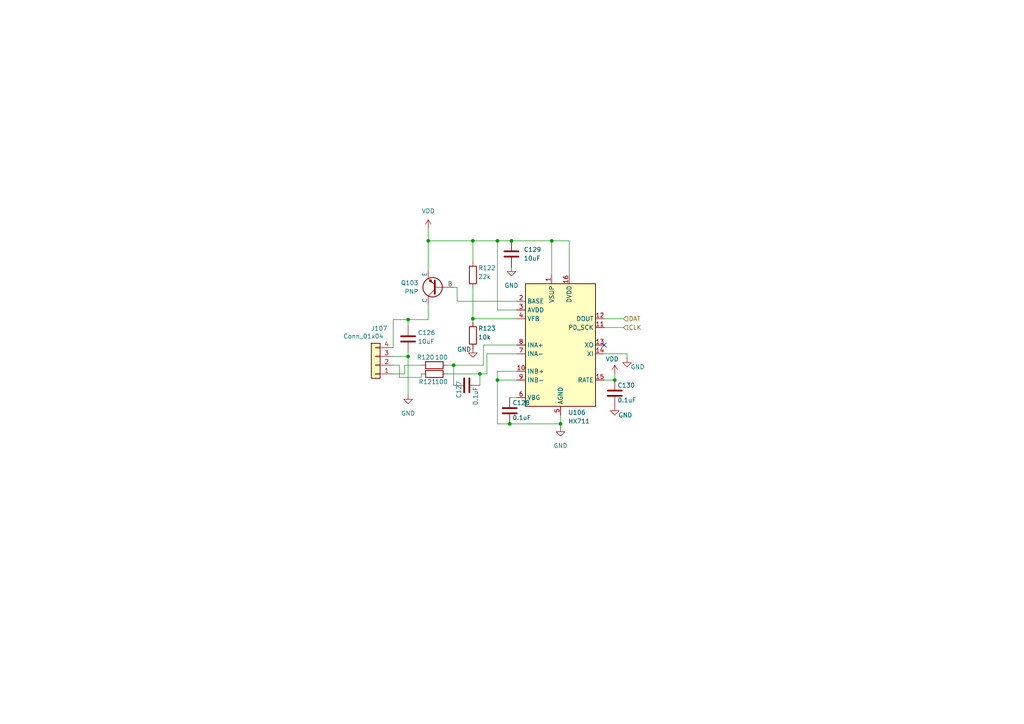
<source format=kicad_sch>
(kicad_sch (version 20231120) (generator "eeschema") (generator_version "8.0")
  (paper "A4")
  (lib_symbols
    (symbol "Analog_ADC:HX711"
      (property "Reference" "U" (at 5.08 21.59 0))
      (property "Value" "HX711" (at 7.62 19.05 0))
      (symbol "HX711_0_1"
        (rectangle (start -10.16 17.78) (end 10.16 -17.78) (stroke (width 0.254)) (fill (type background)))
      )
      (symbol "HX711_1_1"
        (pin power_in line (at -2.54 20.32 270) (length 2.54) (name "VSUP") (number "1"))
        (pin input line (at -12.7 -7.62 0) (length 2.54) (name "INB+") (number "10"))
        (pin input line (at 12.7 5.08 180) (length 2.54) (name "PD_SCK") (number "11"))
        (pin output line (at 12.7 7.62 180) (length 2.54) (name "DOUT") (number "12"))
        (pin passive line (at 12.7 0 180) (length 2.54) (name "XO") (number "13"))
        (pin passive line (at 12.7 -2.54 180) (length 2.54) (name "XI") (number "14"))
        (pin input line (at 12.7 -10.16 180) (length 2.54) (name "RATE") (number "15"))
        (pin power_in line (at 2.54 20.32 270) (length 2.54) (name "DVDD") (number "16"))
        (pin passive line (at -12.7 12.7 0) (length 2.54) (name "BASE") (number "2"))
        (pin power_in line (at -12.7 10.16 0) (length 2.54) (name "AVDD") (number "3"))
        (pin input line (at -12.7 7.62 0) (length 2.54) (name "VFB") (number "4"))
        (pin power_in line (at 0 -20.32 90) (length 2.54) (name "AGND") (number "5"))
        (pin passive line (at -12.7 -15.24 0) (length 2.54) (name "VBG") (number "6"))
        (pin input line (at -12.7 -2.54 0) (length 2.54) (name "INA-") (number "7"))
        (pin input line (at -12.7 0 0) (length 2.54) (name "INA+") (number "8"))
        (pin input line (at -12.7 -10.16 0) (length 2.54) (name "INB-") (number "9"))
      )
    )
    (symbol "Connector_Generic:Conn_01x04" (pin_names (offset 1.016) hide)
      (property "Reference" "J" (at 0 5.08 0))
      (property "Value" "Conn_01x04" (at 0 -7.62 0))
      (symbol "Conn_01x04_1_1"
        (rectangle (start -1.27 -4.953) (end 0 -5.207) (stroke (width 0.1524)))
        (rectangle (start -1.27 -2.413) (end 0 -2.667) (stroke (width 0.1524)))
        (rectangle (start -1.27 0.127) (end 0 -0.127) (stroke (width 0.1524)))
        (rectangle (start -1.27 2.667) (end 0 2.413) (stroke (width 0.1524)))
        (rectangle (start -1.27 3.81) (end 1.27 -6.35) (stroke (width 0.254)) (fill (type background)))
        (pin passive line (at -5.08 2.54 0) (length 3.81) (name "Pin_1") (number "1"))
        (pin passive line (at -5.08 0 0) (length 3.81) (name "Pin_2") (number "2"))
        (pin passive line (at -5.08 -2.54 0) (length 3.81) (name "Pin_3") (number "3"))
        (pin passive line (at -5.08 -5.08 0) (length 3.81) (name "Pin_4") (number "4"))
      )
    )
    (symbol "Device:C" (pin_numbers hide) (pin_names (offset 0.254))
      (property "Reference" "C" (at 0.635 2.54 0))
      (property "Value" "C" (at 0.635 -2.54 0))
      (symbol "C_0_1"
        (polyline (pts (xy -2.032 -0.762) (xy 2.032 -0.762)) (stroke (width 0.508)))
        (polyline (pts (xy -2.032 0.762) (xy 2.032 0.762)) (stroke (width 0.508)))
      )
      (symbol "C_1_1"
        (pin passive line (at 0 3.81 270) (length 2.794) (name "~") (number "1"))
        (pin passive line (at 0 -3.81 90) (length 2.794) (name "~") (number "2"))
      )
    )
    (symbol "Device:R" (pin_numbers hide) (pin_names (offset 0))
      (property "Reference" "R" (at 2.032 0 90))
      (property "Value" "R" (at 0 0 90))
      (symbol "R_0_1"
        (rectangle (start -1.016 -2.54) (end 1.016 2.54) (stroke (width 0.254)))
      )
      (symbol "R_1_1"
        (pin passive line (at 0 3.81 270) (length 1.27) (name "~") (number "1"))
        (pin passive line (at 0 -3.81 90) (length 1.27) (name "~") (number "2"))
      )
    )
    (symbol "Simulation_SPICE:PNP" (pin_numbers hide) (pin_names (offset 0))
      (property "Reference" "Q" (at -2.54 7.62 0))
      (property "Value" "PNP" (at -2.54 5.08 0))
      (symbol "PNP_0_1"
        (polyline (pts (xy -2.54 0) (xy 0.635 0)) (stroke (width 0.1524)))
        (polyline (pts (xy 0.635 0.635) (xy 2.54 2.54)))
        (polyline (pts (xy 0.635 -0.635) (xy 2.54 -2.54) (xy 2.54 -2.54)))
        (polyline (pts (xy 0.635 1.905) (xy 0.635 -1.905) (xy 0.635 -1.905)) (stroke (width 0.508)))
        (polyline (pts (xy 2.286 -1.778) (xy 1.778 -2.286) (xy 1.27 -1.27) (xy 2.286 -1.778) (xy 2.286 -1.778)) (fill (type outline)))
        (circle (center 1.27 0) (radius 2.8194) (stroke (width 0.254)))
      )
      (symbol "PNP_1_1"
        (pin open_collector line (at 2.54 5.08 270) (length 2.54) (name "C") (number "1"))
        (pin input line (at -5.08 0 0) (length 2.54) (name "B") (number "2"))
        (pin open_emitter line (at 2.54 -5.08 90) (length 2.54) (name "E") (number "3"))
      )
    )
    (symbol "power:GND" (power) (pin_numbers hide) (pin_names (offset 0) hide)
      (property "Value" "GND" (at 0 -3.81 0))
      (symbol "GND_0_1"
        (polyline (pts (xy 0 0) (xy 0 -1.27) (xy 1.27 -1.27) (xy 0 -2.54) (xy -1.27 -1.27) (xy 0 -1.27)))
      )
      (symbol "GND_1_1"
        (pin power_in line (at 0 0 270) (length 0) (name "~") (number "1"))
      )
    )
    (symbol "power:VDD" (power) (pin_numbers hide) (pin_names (offset 0) hide)
      (property "Value" "VDD" (at 0 3.556 0))
      (symbol "VDD_0_1"
        (polyline (pts (xy -0.762 1.27) (xy 0 2.54)))
        (polyline (pts (xy 0 0) (xy 0 2.54)))
        (polyline (pts (xy 0 2.54) (xy 0.762 1.27)))
      )
      (symbol "VDD_1_1"
        (pin power_in line (at 0 0 90) (length 0) (name "~") (number "1"))
      )
    )
  )
  (junction (at 144.272 69.85))
  (junction (at 160.02 69.85))
  (junction (at 131.572 105.918))
  (junction (at 118.364 103.378))
  (junction (at 162.56 122.936))
  (junction (at 118.364 92.71))
  (junction (at 139.192 108.458))
  (junction (at 148.336 69.85))
  (junction (at 137.16 69.85))
  (junction (at 124.206 69.85))
  (junction (at 147.828 122.936))
  (junction (at 137.16 92.456))
  (junction (at 178.308 110.236))
  (junction (at 144.272 110.236))
  (no_connect (at 175.26 100.076))
  (wire (pts (xy 162.56 120.396) (xy 162.56 122.936)))
  (wire (pts (xy 162.56 123.952) (xy 162.56 122.936)))
  (wire (pts (xy 118.364 102.108) (xy 118.364 103.378)))
  (wire (pts (xy 137.16 92.456) (xy 137.16 93.472)))
  (wire (pts (xy 114.046 105.918) (xy 115.824 105.918)))
  (wire (pts (xy 149.86 87.376) (xy 132.588 87.376)))
  (wire (pts (xy 137.16 92.456) (xy 149.86 92.456)))
  (wire (pts (xy 149.86 107.696) (xy 144.272 107.696)))
  (wire (pts (xy 129.794 105.918) (xy 131.572 105.918)))
  (wire (pts (xy 118.364 92.71) (xy 124.206 92.71)))
  (wire (pts (xy 124.206 92.71) (xy 124.206 88.392)))
  (wire (pts (xy 160.02 79.756) (xy 160.02 69.85)))
  (wire (pts (xy 137.16 75.946) (xy 137.16 69.85)))
  (wire (pts (xy 137.16 83.566) (xy 137.16 92.456)))
  (wire (pts (xy 175.26 94.996) (xy 180.848 94.996)))
  (wire (pts (xy 140.208 100.076) (xy 149.86 100.076)))
  (wire (pts (xy 149.86 102.616) (xy 141.224 102.616)))
  (wire (pts (xy 147.828 115.316) (xy 149.86 115.316)))
  (wire (pts (xy 115.824 105.918) (xy 115.824 109.474)))
  (wire (pts (xy 117.348 108.458) (xy 114.046 108.458)))
  (wire (pts (xy 165.1 69.85) (xy 160.02 69.85)))
  (wire (pts (xy 141.224 108.458) (xy 139.192 108.458)))
  (wire (pts (xy 178.308 110.236) (xy 178.308 108.458)))
  (wire (pts (xy 144.272 107.696) (xy 144.272 110.236)))
  (wire (pts (xy 132.588 83.312) (xy 132.588 87.376)))
  (wire (pts (xy 139.192 108.458) (xy 129.794 108.458)))
  (wire (pts (xy 114.046 103.378) (xy 118.364 103.378)))
  (wire (pts (xy 175.26 110.236) (xy 178.308 110.236)))
  (wire (pts (xy 131.572 105.918) (xy 131.572 111.76)))
  (wire (pts (xy 160.02 69.85) (xy 148.336 69.85)))
  (wire (pts (xy 181.864 102.616) (xy 181.864 103.886)))
  (wire (pts (xy 124.206 69.85) (xy 137.16 69.85)))
  (wire (pts (xy 144.272 110.236) (xy 149.86 110.236)))
  (wire (pts (xy 118.364 92.71) (xy 118.364 94.488)))
  (wire (pts (xy 114.046 92.71) (xy 118.364 92.71)))
  (wire (pts (xy 144.272 122.936) (xy 147.828 122.936)))
  (wire (pts (xy 124.206 69.85) (xy 124.206 78.232)))
  (wire (pts (xy 139.192 108.458) (xy 139.192 111.76)))
  (wire (pts (xy 137.16 69.85) (xy 144.272 69.85)))
  (wire (pts (xy 115.824 109.474) (xy 122.174 109.474)))
  (wire (pts (xy 144.272 110.236) (xy 144.272 122.936)))
  (wire (pts (xy 175.26 92.456) (xy 180.848 92.456)))
  (wire (pts (xy 122.174 105.918) (xy 117.348 105.918)))
  (wire (pts (xy 132.588 83.312) (xy 131.826 83.312)))
  (wire (pts (xy 165.1 79.756) (xy 165.1 69.85)))
  (wire (pts (xy 144.272 89.916) (xy 144.272 69.85)))
  (wire (pts (xy 147.828 122.936) (xy 162.56 122.936)))
  (wire (pts (xy 131.572 105.918) (xy 140.208 105.918)))
  (wire (pts (xy 175.26 102.616) (xy 181.864 102.616)))
  (wire (pts (xy 140.208 105.918) (xy 140.208 100.076)))
  (wire (pts (xy 114.046 92.71) (xy 114.046 100.838)))
  (wire (pts (xy 149.86 89.916) (xy 144.272 89.916)))
  (wire (pts (xy 124.206 66.294) (xy 124.206 69.85)))
  (wire (pts (xy 141.224 102.616) (xy 141.224 108.458)))
  (wire (pts (xy 122.174 109.474) (xy 122.174 108.458)))
  (wire (pts (xy 118.364 103.378) (xy 118.364 114.554)))
  (wire (pts (xy 117.348 105.918) (xy 117.348 108.458)))
  (wire (pts (xy 148.336 69.85) (xy 144.272 69.85)))
  (hierarchical_label "DAT" (shape input) (at 180.848 92.456 0))
  (hierarchical_label "CLK" (shape input) (at 180.848 94.996 0))
  (symbol (lib_id "power:GND") (at 162.56 123.952 0) (unit 1)
    (property "Reference" "#PWR0149" (effects (hide yes)))
    (property "Value" "GND" (at 162.56 129.286 0))
    (property "Description" "Power symbol creates a global label with name \"GND\" , ground" (effects (hide yes)))
    (instances (project "RCS" (path "" (reference "#PWR0149") (unit 1))) (project "RCS" (path "" (reference "#PWR0605") (unit 1))))
  )
  (symbol (lib_id "Device:C") (at 148.336 73.66 0) (unit 1)
    (property "Reference" "C129" (at 151.892 72.3899 0) (effects (justify left)))
    (property "Value" "10uF" (at 151.892 74.9299 0) (effects (justify left)))
    (property "Footprint" "Capacitor_SMD:C_0603_1608Metric" (effects (hide yes)))
    (property "Description" "Unpolarized capacitor" (effects (hide yes)))
    (property "LCSC" " C96446" (effects (hide yes)))
    (instances (project "RCS" (path "" (reference "C129") (unit 1))) (project "RCS" (path "" (reference "C604") (unit 1))))
  )
  (symbol (lib_id "power:GND") (at 118.364 114.554 0) (unit 1)
    (property "Reference" "#PWR0145" (effects (hide yes)))
    (property "Value" "GND" (at 118.364 119.888 0))
    (property "Description" "Power symbol creates a global label with name \"GND\" , ground" (effects (hide yes)))
    (instances (project "RCS" (path "" (reference "#PWR0145") (unit 1))) (project "RCS" (path "" (reference "#PWR0601") (unit 1))))
  )
  (symbol (lib_id "Analog_ADC:HX711") (at 162.56 100.076 0) (unit 1)
    (property "Reference" "U106" (at 164.7541 119.634 0) (effects (justify left)))
    (property "Value" "HX711" (at 164.7541 122.174 0) (effects (justify left)))
    (property "Footprint" "Package_SO:SOP-16_3.9x9.9mm_P1.27mm" (effects (hide yes)))
    (property "Datasheet" "https://web.archive.org/web/20220615044707/https://akizukidenshi.com/download/ds/avia/hx711.pdf" (effects (hide yes)))
    (property "Description" "24-Bit Analog-to-Digital Converter (ADC) for Weight Scales" (effects (hide yes)))
    (property "LCSC" "C6705483" (effects (hide yes)))
    (instances (project "RCS" (path "" (reference "U106") (unit 1))) (project "RCS" (path "" (reference "U601") (unit 1))))
  )
  (symbol (lib_id "power:GND") (at 137.16 101.092 0) (unit 1)
    (property "Reference" "#PWR0147" (effects (hide yes)))
    (property "Value" "GND" (at 134.62 101.346 0))
    (property "Description" "Power symbol creates a global label with name \"GND\" , ground" (effects (hide yes)))
    (instances (project "RCS" (path "" (reference "#PWR0147") (unit 1))) (project "RCS" (path "" (reference "#PWR0603") (unit 1))))
  )
  (symbol (lib_id "Device:R") (at 125.984 108.458 90) (unit 1)
    (property "Reference" "R121" (at 123.952 110.744 90))
    (property "Value" "100" (at 128.016 110.744 90))
    (property "Footprint" "Resistor_SMD:R_0402_1005Metric" (effects (hide yes)))
    (property "Description" "Resistor" (effects (hide yes)))
    (property "LCSC" "C25076" (effects (hide yes)))
    (instances (project "RCS" (path "" (reference "R121") (unit 1))) (project "RCS" (path "" (reference "R602") (unit 1))))
  )
  (symbol (lib_id "Device:C") (at 118.364 98.298 0) (unit 1)
    (property "Reference" "C126" (at 121.158 96.52 0) (effects (justify left)))
    (property "Value" "10uF" (at 121.158 99.06 0) (effects (justify left)))
    (property "Footprint" "Capacitor_SMD:C_0603_1608Metric" (effects (hide yes)))
    (property "Description" "Unpolarized capacitor" (effects (hide yes)))
    (property "LCSC" " C96446" (effects (hide yes)))
    (instances (project "RCS" (path "" (reference "C126") (unit 1))) (project "RCS" (path "" (reference "C601") (unit 1))))
  )
  (symbol (lib_id "Connector_Generic:Conn_01x04") (at 108.966 105.918 180) (unit 1)
    (property "Reference" "J107" (at 109.982 95.25 0))
    (property "Value" "Conn_01x04" (at 105.41 97.536 0))
    (property "Footprint" "Connector_JST:JST_PH_B4B-PH-K_1x04_P2.00mm_Vertical" (effects (hide yes)))
    (property "Description" "Generic connector, single row, 01x04, script generated (kicad-library-utils/schlib/autogen/connector/)" (effects (hide yes)))
    (instances (project "RCS" (path "" (reference "J107") (unit 1))) (project "RCS" (path "" (reference "J601") (unit 1))))
  )
  (symbol (lib_id "Device:R") (at 125.984 105.918 90) (unit 1)
    (property "Reference" "R120" (at 123.444 103.632 90))
    (property "Value" "100" (at 128.016 103.632 90))
    (property "Footprint" "Resistor_SMD:R_0402_1005Metric" (effects (hide yes)))
    (property "Description" "Resistor" (effects (hide yes)))
    (property "LCSC" "C25076" (effects (hide yes)))
    (instances (project "RCS" (path "" (reference "R120") (unit 1))) (project "RCS" (path "" (reference "R601") (unit 1))))
  )
  (symbol (lib_id "Device:R") (at 137.16 97.282 0) (unit 1)
    (property "Reference" "R123" (at 138.684 95.25 0) (effects (justify left)))
    (property "Value" "10k" (at 138.684 97.79 0) (effects (justify left)))
    (property "Footprint" "Resistor_SMD:R_0402_1005Metric" (effects (hide yes)))
    (property "Description" "Resistor" (effects (hide yes)))
    (property "LCSC" "C25744" (effects (hide yes)))
    (instances (project "RCS" (path "" (reference "R123") (unit 1))) (project "RCS" (path "" (reference "R604") (unit 1))))
  )
  (symbol (lib_id "power:GND") (at 181.864 103.886 0) (unit 1)
    (property "Reference" "#PWR0152" (effects (hide yes)))
    (property "Value" "GND" (at 184.912 106.426 0))
    (property "Description" "Power symbol creates a global label with name \"GND\" , ground" (effects (hide yes)))
    (instances (project "RCS" (path "" (reference "#PWR0152") (unit 1))) (project "RCS" (path "" (reference "#PWR0608") (unit 1))))
  )
  (symbol (lib_id "power:VDD") (at 124.206 66.294 0) (unit 1)
    (property "Reference" "#PWR0146" (effects (hide yes)))
    (property "Value" "VDD" (at 124.206 61.214 0))
    (property "Description" "Power symbol creates a global label with name \"VDD\"" (effects (hide yes)))
    (instances (project "RCS" (path "" (reference "#PWR0146") (unit 1))) (project "RCS" (path "" (reference "#PWR0602") (unit 1))))
  )
  (symbol (lib_id "Simulation_SPICE:PNP") (at 126.746 83.312 180) (unit 1)
    (property "Reference" "Q103" (at 121.412 82.0419 0) (effects (justify left)))
    (property "Value" "PNP" (at 121.412 84.5819 0) (effects (justify left)))
    (property "Footprint" "Package_TO_SOT_SMD:SOT-23" (effects (hide yes)))
    (property "Datasheet" "https://ngspice.sourceforge.io/docs/ngspice-html-manual/manual.xhtml#cha_BJTs" (effects (hide yes)))
    (property "Description" "Bipolar transistor symbol for simulation only, substrate tied to the emitter" (effects (hide yes)))
    (property "Sim.Device" "PNP" (effects (hide yes)))
    (property "Sim.Type" "GUMMELPOON" (effects (hide yes)))
    (property "Sim.Pins" "1=C 2=B 3=E" (effects (hide yes)))
    (property "LCSC" "C8326" (effects (hide yes)))
    (instances (project "RCS" (path "" (reference "Q103") (unit 1))) (project "RCS" (path "" (reference "Q601") (unit 1))))
  )
  (symbol (lib_id "Device:C") (at 147.828 119.126 0) (unit 1)
    (property "Reference" "C128" (at 148.59 116.84 0) (effects (justify left)))
    (property "Value" "0.1uF" (at 148.59 121.158 0) (effects (justify left)))
    (property "Footprint" "Capacitor_SMD:C_0402_1005Metric" (effects (hide yes)))
    (property "Description" "Unpolarized capacitor" (effects (hide yes)))
    (property "LCSC" " C1525" (effects (hide yes)))
    (instances (project "RCS" (path "" (reference "C128") (unit 1))) (project "RCS" (path "" (reference "C603") (unit 1))))
  )
  (symbol (lib_id "power:GND") (at 148.336 77.47 0) (unit 1)
    (property "Reference" "#PWR0148" (effects (hide yes)))
    (property "Value" "GND" (at 148.336 82.804 0))
    (property "Description" "Power symbol creates a global label with name \"GND\" , ground" (effects (hide yes)))
    (instances (project "RCS" (path "" (reference "#PWR0148") (unit 1))) (project "RCS" (path "" (reference "#PWR0604") (unit 1))))
  )
  (symbol (lib_id "Device:R") (at 137.16 79.756 0) (unit 1)
    (property "Reference" "R122" (at 138.684 77.724 0) (effects (justify left)))
    (property "Value" "22k" (at 138.684 80.264 0) (effects (justify left)))
    (property "Footprint" "Resistor_SMD:R_0402_1005Metric" (effects (hide yes)))
    (property "Description" "Resistor" (effects (hide yes)))
    (property "LCSC" "C25768" (effects (hide yes)))
    (instances (project "RCS" (path "" (reference "R122") (unit 1))) (project "RCS" (path "" (reference "R603") (unit 1))))
  )
  (symbol (lib_id "power:GND") (at 178.308 117.856 0) (unit 1)
    (property "Reference" "#PWR0151" (effects (hide yes)))
    (property "Value" "GND" (at 181.356 120.396 0))
    (property "Description" "Power symbol creates a global label with name \"GND\" , ground" (effects (hide yes)))
    (instances (project "RCS" (path "" (reference "#PWR0151") (unit 1))) (project "RCS" (path "" (reference "#PWR0607") (unit 1))))
  )
  (symbol (lib_id "power:VDD") (at 178.308 108.458 0) (unit 1)
    (property "Reference" "#PWR0150" (effects (hide yes)))
    (property "Value" "VDD" (at 177.546 104.14 0))
    (property "Description" "Power symbol creates a global label with name \"VDD\"" (effects (hide yes)))
    (instances (project "RCS" (path "" (reference "#PWR0150") (unit 1))) (project "RCS" (path "" (reference "#PWR0606") (unit 1))))
  )
  (symbol (lib_id "Device:C") (at 178.308 114.046 0) (unit 1)
    (property "Reference" "C130" (at 179.07 111.76 0) (effects (justify left)))
    (property "Value" "0.1uF" (at 179.07 116.078 0) (effects (justify left)))
    (property "Footprint" "Capacitor_SMD:C_0402_1005Metric" (effects (hide yes)))
    (property "Description" "Unpolarized capacitor" (effects (hide yes)))
    (property "LCSC" " C1525" (effects (hide yes)))
    (instances (project "RCS" (path "" (reference "C130") (unit 1))) (project "RCS" (path "" (reference "C605") (unit 1))))
  )
  (symbol (lib_id "Device:C") (at 135.382 111.76 90) (unit 1)
    (property "Reference" "C127" (at 133.096 115.57 0) (effects (justify left)))
    (property "Value" "0.1uF" (at 137.922 117.602 0) (effects (justify left)))
    (property "Footprint" "Capacitor_SMD:C_0402_1005Metric" (effects (hide yes)))
    (property "Description" "Unpolarized capacitor" (effects (hide yes)))
    (property "LCSC" " C1525" (effects (hide yes)))
    (instances (project "RCS" (path "" (reference "C127") (unit 1))) (project "RCS" (path "" (reference "C602") (unit 1))))
  )
)
</source>
